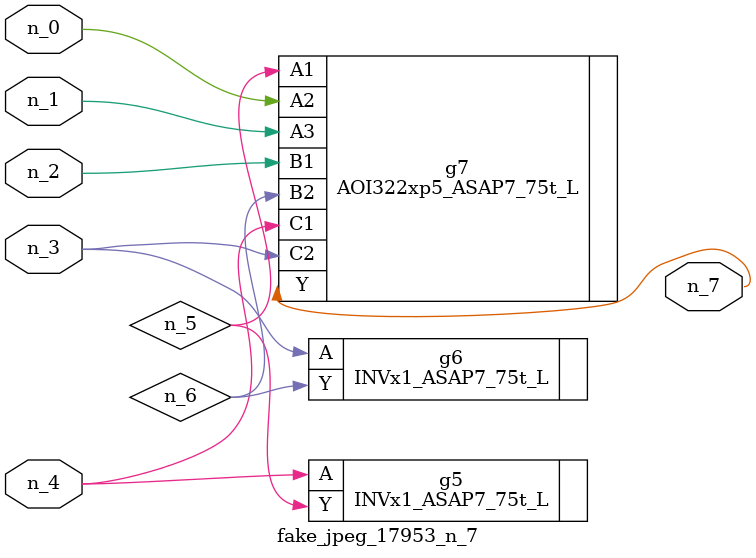
<source format=v>
module fake_jpeg_17953_n_7 (n_3, n_2, n_1, n_0, n_4, n_7);

input n_3;
input n_2;
input n_1;
input n_0;
input n_4;

output n_7;

wire n_6;
wire n_5;

INVx1_ASAP7_75t_L g5 ( 
.A(n_4),
.Y(n_5)
);

INVx1_ASAP7_75t_L g6 ( 
.A(n_3),
.Y(n_6)
);

AOI322xp5_ASAP7_75t_L g7 ( 
.A1(n_5),
.A2(n_0),
.A3(n_1),
.B1(n_2),
.B2(n_6),
.C1(n_4),
.C2(n_3),
.Y(n_7)
);


endmodule
</source>
